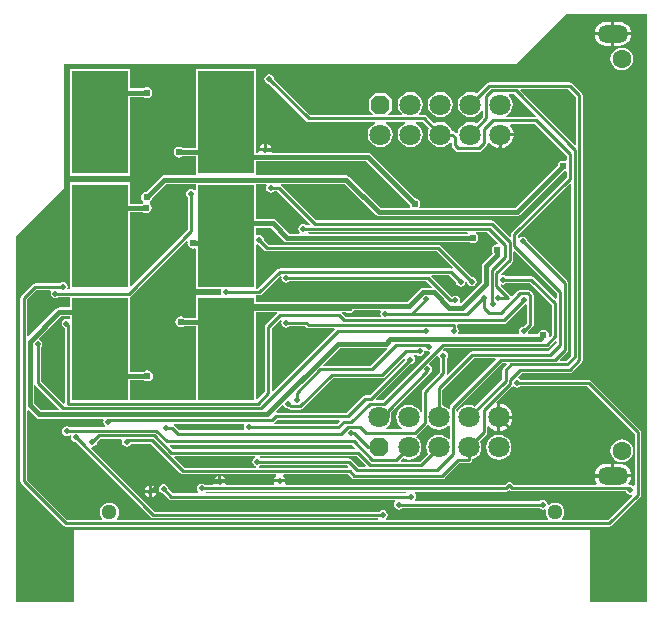
<source format=gbl>
G04 Layer_Physical_Order=2*
G04 Layer_Color=16711680*
%FSLAX23Y23*%
%MOIN*%
G70*
G01*
G75*
%ADD10R,0.189X0.344*%
%ADD11C,0.051*%
%ADD12C,0.071*%
%ADD13P,0.068X8X22.5*%
%ADD14O,0.102X0.059*%
%ADD15C,0.063*%
%ADD23C,0.010*%
%ADD24C,0.016*%
%ADD25C,0.024*%
%ADD26C,0.020*%
G36*
X4290Y2410D02*
X4100D01*
Y2650D01*
X2380D01*
Y2410D01*
X2185D01*
Y3630D01*
X2345Y3790D01*
Y4205D01*
X3855D01*
X4020Y4370D01*
X4290D01*
Y2410D01*
D02*
G37*
%LPC*%
G36*
X2985Y4188D02*
X2785D01*
Y3924D01*
X2741D01*
X2737Y3927D01*
X2730Y3928D01*
X2723Y3927D01*
X2717Y3923D01*
X2713Y3917D01*
X2712Y3910D01*
X2713Y3903D01*
X2717Y3897D01*
X2723Y3893D01*
X2730Y3892D01*
X2737Y3893D01*
X2741Y3896D01*
X2785D01*
Y3833D01*
X2680D01*
X2674Y3832D01*
X2670Y3829D01*
X2619Y3778D01*
X2614Y3777D01*
X2608Y3773D01*
X2604Y3767D01*
X2603Y3760D01*
X2604Y3753D01*
X2608Y3747D01*
X2608Y3742D01*
X2605Y3739D01*
X2565D01*
Y3811D01*
X2365D01*
Y3454D01*
X2365Y3454D01*
X2365Y3454D01*
X2360Y3452D01*
X2360Y3452D01*
X2359Y3453D01*
X2357Y3457D01*
X2358Y3462D01*
X2357Y3468D01*
X2353Y3473D01*
X2348Y3477D01*
X2342Y3478D01*
X2336Y3477D01*
X2331Y3473D01*
X2330Y3473D01*
X2249D01*
X2245Y3472D01*
X2241Y3470D01*
X2203Y3432D01*
X2201Y3428D01*
X2200Y3424D01*
Y2814D01*
X2201Y2810D01*
X2203Y2806D01*
X2344Y2665D01*
X2348Y2663D01*
X2352Y2662D01*
X4163D01*
X4167Y2663D01*
X4171Y2665D01*
X4267Y2761D01*
X4269Y2765D01*
X4270Y2769D01*
Y2977D01*
X4269Y2981D01*
X4267Y2985D01*
X4103Y3149D01*
X4099Y3151D01*
X4095Y3152D01*
X3867D01*
X3866Y3152D01*
X3861Y3156D01*
X3860Y3156D01*
X3859Y3161D01*
X3871Y3173D01*
X4032D01*
X4036Y3174D01*
X4040Y3176D01*
X4072Y3208D01*
X4074Y3212D01*
X4075Y3216D01*
Y4100D01*
X4074Y4104D01*
X4072Y4108D01*
X4040Y4140D01*
X4036Y4142D01*
X4032Y4143D01*
X3763D01*
X3759Y4142D01*
X3755Y4140D01*
X3721Y4106D01*
X3711Y4110D01*
X3700Y4111D01*
X3689Y4110D01*
X3679Y4105D01*
X3671Y4099D01*
X3664Y4090D01*
X3660Y4080D01*
X3658Y4069D01*
X3660Y4058D01*
X3664Y4048D01*
X3671Y4040D01*
X3679Y4033D01*
X3689Y4029D01*
X3700Y4027D01*
X3711Y4029D01*
X3721Y4033D01*
X3730Y4040D01*
X3736Y4048D01*
X3738Y4051D01*
X3743Y4050D01*
Y4027D01*
X3721Y4006D01*
X3711Y4010D01*
X3700Y4011D01*
X3689Y4010D01*
X3679Y4005D01*
X3671Y3999D01*
X3664Y3990D01*
X3660Y3980D01*
X3659Y3973D01*
X3654Y3971D01*
X3648Y3977D01*
X3644Y3980D01*
X3640Y3980D01*
X3636Y3990D01*
X3630Y3999D01*
X3621Y4005D01*
X3611Y4010D01*
X3600Y4011D01*
X3589Y4010D01*
X3580Y4006D01*
X3554Y4031D01*
X3551Y4033D01*
X3547Y4034D01*
X3530D01*
X3528Y4039D01*
X3530Y4040D01*
X3536Y4048D01*
X3540Y4058D01*
X3542Y4069D01*
X3540Y4080D01*
X3536Y4090D01*
X3530Y4099D01*
X3521Y4105D01*
X3511Y4110D01*
X3500Y4111D01*
X3489Y4110D01*
X3479Y4105D01*
X3471Y4099D01*
X3464Y4090D01*
X3460Y4080D01*
X3458Y4069D01*
X3460Y4058D01*
X3464Y4048D01*
X3471Y4040D01*
X3472Y4039D01*
X3470Y4034D01*
X3428D01*
X3426Y4039D01*
X3438Y4050D01*
Y4088D01*
X3419Y4107D01*
X3381D01*
X3363Y4088D01*
Y4050D01*
X3375Y4039D01*
X3373Y4034D01*
X3166D01*
X3046Y4154D01*
X3046Y4154D01*
X3045Y4160D01*
X3041Y4165D01*
X3036Y4169D01*
X3030Y4170D01*
X3024Y4169D01*
X3019Y4165D01*
X3015Y4160D01*
X3014Y4154D01*
X3015Y4148D01*
X3019Y4143D01*
X3024Y4139D01*
X3030Y4138D01*
X3030Y4138D01*
X3153Y4015D01*
X3157Y4012D01*
X3161Y4012D01*
X3381D01*
X3382Y4007D01*
X3379Y4005D01*
X3371Y3999D01*
X3364Y3990D01*
X3360Y3980D01*
X3358Y3969D01*
X3360Y3958D01*
X3364Y3948D01*
X3371Y3940D01*
X3379Y3933D01*
X3389Y3929D01*
X3400Y3927D01*
X3411Y3929D01*
X3421Y3933D01*
X3430Y3940D01*
X3436Y3948D01*
X3440Y3958D01*
X3442Y3969D01*
X3440Y3980D01*
X3436Y3990D01*
X3430Y3999D01*
X3421Y4005D01*
X3418Y4007D01*
X3419Y4012D01*
X3481D01*
X3482Y4007D01*
X3479Y4005D01*
X3471Y3999D01*
X3464Y3990D01*
X3460Y3980D01*
X3458Y3969D01*
X3460Y3958D01*
X3464Y3948D01*
X3471Y3940D01*
X3479Y3933D01*
X3489Y3929D01*
X3500Y3927D01*
X3511Y3929D01*
X3521Y3933D01*
X3530Y3940D01*
X3536Y3948D01*
X3540Y3958D01*
X3542Y3969D01*
X3540Y3980D01*
X3536Y3990D01*
X3530Y3999D01*
X3521Y4005D01*
X3518Y4007D01*
X3519Y4012D01*
X3542D01*
X3564Y3990D01*
X3560Y3980D01*
X3558Y3969D01*
X3560Y3958D01*
X3564Y3948D01*
X3571Y3940D01*
X3579Y3933D01*
X3589Y3929D01*
X3600Y3927D01*
X3611Y3929D01*
X3621Y3933D01*
X3630Y3940D01*
X3633Y3944D01*
X3638Y3942D01*
Y3933D01*
X3639Y3929D01*
X3641Y3925D01*
X3651Y3915D01*
X3655Y3912D01*
X3659Y3912D01*
X3728D01*
X3732Y3912D01*
X3736Y3915D01*
X3755Y3934D01*
X3757Y3937D01*
X3758Y3941D01*
X3760Y3942D01*
X3763Y3943D01*
X3768Y3937D01*
X3777Y3930D01*
X3788Y3925D01*
X3795Y3924D01*
Y3969D01*
X3800D01*
Y3974D01*
X3845D01*
X3844Y3981D01*
X3840Y3992D01*
X3834Y3999D01*
X3837Y4004D01*
X3914D01*
X4021Y3898D01*
Y3883D01*
X4017Y3881D01*
X4016Y3881D01*
X4009Y3882D01*
X4002Y3881D01*
X3996Y3877D01*
X3992Y3871D01*
X3991Y3866D01*
X3849Y3724D01*
X3533D01*
X3530Y3729D01*
X3532Y3731D01*
X3533Y3738D01*
X3532Y3745D01*
X3528Y3751D01*
X3522Y3755D01*
X3517Y3756D01*
X3369Y3904D01*
X3364Y3907D01*
X3359Y3908D01*
X3039D01*
X3036Y3913D01*
X3036Y3914D01*
X2997D01*
X2997Y3913D01*
X2994Y3908D01*
X2985D01*
Y4188D01*
D02*
G37*
G36*
X3600Y4111D02*
X3589Y4110D01*
X3579Y4105D01*
X3571Y4099D01*
X3564Y4090D01*
X3560Y4080D01*
X3558Y4069D01*
X3560Y4058D01*
X3564Y4048D01*
X3571Y4040D01*
X3579Y4033D01*
X3589Y4029D01*
X3600Y4027D01*
X3611Y4029D01*
X3621Y4033D01*
X3630Y4040D01*
X3636Y4048D01*
X3640Y4058D01*
X3642Y4069D01*
X3640Y4080D01*
X3636Y4090D01*
X3630Y4099D01*
X3621Y4105D01*
X3611Y4110D01*
X3600Y4111D01*
D02*
G37*
G36*
X3011Y3938D02*
X3009Y3938D01*
X3002Y3933D01*
X2998Y3927D01*
X2997Y3924D01*
X3011D01*
Y3938D01*
D02*
G37*
G36*
X3021D02*
Y3924D01*
X3036D01*
X3035Y3927D01*
X3031Y3933D01*
X3024Y3938D01*
X3021Y3938D01*
D02*
G37*
G36*
X3845Y3964D02*
X3805D01*
Y3924D01*
X3812Y3925D01*
X3823Y3930D01*
X3833Y3937D01*
X3840Y3946D01*
X3844Y3957D01*
X3845Y3964D01*
D02*
G37*
G36*
X4236Y4300D02*
X4180D01*
Y4265D01*
X4196D01*
X4207Y4266D01*
X4216Y4270D01*
X4225Y4277D01*
X4231Y4285D01*
X4235Y4295D01*
X4236Y4300D01*
D02*
G37*
G36*
X4170Y4345D02*
X4154D01*
X4143Y4343D01*
X4134Y4339D01*
X4126Y4333D01*
X4119Y4325D01*
X4115Y4315D01*
X4115Y4310D01*
X4170D01*
Y4345D01*
D02*
G37*
G36*
X4196D02*
X4180D01*
Y4310D01*
X4236D01*
X4235Y4315D01*
X4231Y4325D01*
X4225Y4333D01*
X4216Y4339D01*
X4207Y4343D01*
X4196Y4345D01*
D02*
G37*
G36*
X4170Y4300D02*
X4115D01*
X4115Y4295D01*
X4119Y4285D01*
X4126Y4277D01*
X4134Y4270D01*
X4143Y4266D01*
X4154Y4265D01*
X4170D01*
Y4300D01*
D02*
G37*
G36*
X2565Y4188D02*
X2365D01*
Y3832D01*
X2565D01*
Y4095D01*
X2611D01*
X2615Y4092D01*
X2622Y4091D01*
X2629Y4092D01*
X2635Y4096D01*
X2639Y4102D01*
X2640Y4109D01*
X2639Y4116D01*
X2635Y4122D01*
X2629Y4126D01*
X2622Y4127D01*
X2615Y4126D01*
X2611Y4123D01*
X2565D01*
Y4188D01*
D02*
G37*
G36*
X4205Y4259D02*
X4195Y4258D01*
X4186Y4254D01*
X4178Y4248D01*
X4172Y4241D01*
X4168Y4231D01*
X4167Y4222D01*
X4168Y4212D01*
X4172Y4203D01*
X4178Y4195D01*
X4186Y4189D01*
X4195Y4185D01*
X4205Y4184D01*
X4215Y4185D01*
X4224Y4189D01*
X4232Y4195D01*
X4238Y4203D01*
X4242Y4212D01*
X4243Y4222D01*
X4242Y4231D01*
X4238Y4241D01*
X4232Y4248D01*
X4224Y4254D01*
X4215Y4258D01*
X4205Y4259D01*
D02*
G37*
%LPD*%
G36*
X3483Y3221D02*
X3483Y3218D01*
X3365Y3100D01*
X3349D01*
X3345Y3099D01*
X3341Y3096D01*
X3286Y3041D01*
X3055D01*
X3053Y3046D01*
X3073Y3067D01*
X3079Y3065D01*
X3082Y3061D01*
X3087Y3057D01*
X3093Y3056D01*
X3094Y3056D01*
X3095Y3055D01*
X3098Y3053D01*
X3102Y3052D01*
X3134D01*
X3139Y3053D01*
X3142Y3055D01*
X3244Y3157D01*
X3407D01*
X3411Y3158D01*
X3415Y3160D01*
X3478Y3223D01*
X3483Y3221D01*
D02*
G37*
G36*
X3786Y3219D02*
X3634Y3067D01*
X3632Y3063D01*
X3631Y3059D01*
Y3055D01*
X3626Y3054D01*
X3625Y3056D01*
X3616Y3062D01*
X3606Y3066D01*
Y3118D01*
X3711Y3224D01*
X3784D01*
X3786Y3219D01*
D02*
G37*
G36*
X3592Y3232D02*
X3594Y3231D01*
X3595Y3226D01*
X3599Y3220D01*
X3599Y3220D01*
Y3178D01*
X3541Y3120D01*
X3538Y3116D01*
X3538Y3112D01*
Y3045D01*
X3533Y3044D01*
X3531Y3047D01*
X3525Y3056D01*
X3516Y3062D01*
X3506Y3066D01*
X3495Y3068D01*
X3484Y3066D01*
X3474Y3062D01*
X3466Y3056D01*
X3459Y3047D01*
X3455Y3037D01*
X3453Y3026D01*
X3455Y3015D01*
X3459Y3005D01*
X3466Y2996D01*
X3472Y2991D01*
X3471Y2986D01*
X3420D01*
X3418Y2991D01*
X3425Y2996D01*
X3431Y3005D01*
X3435Y3015D01*
X3437Y3026D01*
X3436Y3031D01*
Y3043D01*
X3565Y3172D01*
X3566Y3174D01*
X3568Y3176D01*
X3572Y3181D01*
X3573Y3187D01*
X3572Y3193D01*
X3568Y3198D01*
X3564Y3201D01*
X3562Y3207D01*
X3589Y3233D01*
X3592Y3232D01*
D02*
G37*
G36*
X2250Y3134D02*
X2329Y3054D01*
X2328Y3050D01*
X2268D01*
X2245Y3073D01*
Y3133D01*
X2250Y3134D01*
X2250Y3134D01*
D02*
G37*
G36*
X3821Y3203D02*
X3810Y3192D01*
X3808Y3188D01*
X3807Y3184D01*
Y3154D01*
X3716Y3062D01*
X3706Y3066D01*
X3695Y3068D01*
X3684Y3066D01*
X3674Y3062D01*
X3666Y3056D01*
X3659Y3047D01*
X3658Y3045D01*
X3653Y3046D01*
Y3054D01*
X3807Y3208D01*
X3819D01*
X3821Y3203D01*
D02*
G37*
G36*
X4248Y2972D02*
Y2800D01*
X4243Y2797D01*
X4239Y2800D01*
X4233Y2801D01*
X4232Y2801D01*
X4231Y2802D01*
X4230Y2802D01*
X4227Y2807D01*
X4231Y2812D01*
X4235Y2821D01*
X4236Y2827D01*
X4115D01*
X4115Y2821D01*
X4119Y2812D01*
X4123Y2807D01*
X4120Y2802D01*
X3844D01*
X3838Y2808D01*
X3835Y2810D01*
X3830Y2811D01*
X3826Y2810D01*
X3823Y2808D01*
X3816Y2801D01*
X3085D01*
X3083Y2806D01*
X3084Y2807D01*
X3084Y2810D01*
X3046D01*
X3046Y2807D01*
X3047Y2806D01*
X3045Y2801D01*
X2887D01*
X2884Y2806D01*
X2884Y2807D01*
X2846D01*
X2846Y2806D01*
X2843Y2801D01*
X2817D01*
X2816Y2801D01*
X2811Y2805D01*
X2805Y2806D01*
X2799Y2805D01*
X2794Y2801D01*
X2790Y2796D01*
X2789Y2790D01*
X2790Y2784D01*
X2794Y2779D01*
X2794Y2778D01*
X2793Y2773D01*
X2709D01*
X2694Y2788D01*
X2694Y2788D01*
X2693Y2794D01*
X2689Y2799D01*
X2684Y2803D01*
X2678Y2804D01*
X2672Y2803D01*
X2667Y2799D01*
X2663Y2794D01*
X2662Y2788D01*
X2663Y2782D01*
X2667Y2777D01*
X2672Y2773D01*
X2678Y2772D01*
X2678Y2772D01*
X2696Y2754D01*
X2700Y2752D01*
X2704Y2751D01*
X3448D01*
X3449Y2748D01*
X3450Y2746D01*
X3447Y2741D01*
X3446Y2735D01*
X3447Y2729D01*
X3451Y2724D01*
X3456Y2720D01*
X3462Y2719D01*
X3468Y2720D01*
X3473Y2724D01*
X3474Y2724D01*
X3929D01*
X3930Y2724D01*
X3935Y2720D01*
X3941Y2719D01*
X3947Y2720D01*
X3948Y2720D01*
X3951Y2717D01*
X3951Y2710D01*
X3952Y2702D01*
X3955Y2694D01*
X3959Y2689D01*
X3956Y2684D01*
X3421D01*
X3420Y2689D01*
X3420Y2690D01*
X3424Y2695D01*
X3425Y2701D01*
X3424Y2707D01*
X3420Y2712D01*
X3415Y2716D01*
X3409Y2717D01*
X3403Y2716D01*
X3398Y2712D01*
X3397Y2712D01*
X2649D01*
X2436Y2924D01*
X2439Y2929D01*
X2440Y2929D01*
X2446Y2930D01*
X2451Y2934D01*
X2455Y2939D01*
X2456Y2945D01*
X2456Y2945D01*
X2466Y2955D01*
X2537D01*
X2540Y2950D01*
X2539Y2945D01*
X2540Y2939D01*
X2544Y2934D01*
X2549Y2930D01*
X2555Y2929D01*
X2561Y2930D01*
X2566Y2934D01*
X2570Y2939D01*
X2635D01*
X2734Y2840D01*
X2738Y2837D01*
X2742Y2836D01*
X2860D01*
X2860Y2836D01*
X2870D01*
X2870Y2836D01*
X3052D01*
X3054Y2831D01*
X3051Y2829D01*
X3046Y2823D01*
X3046Y2820D01*
X3084D01*
X3084Y2823D01*
X3079Y2829D01*
X3076Y2831D01*
X3078Y2836D01*
X3294D01*
X3307Y2824D01*
X3310Y2822D01*
X3314Y2821D01*
X3607D01*
X3612Y2822D01*
X3615Y2824D01*
X3664Y2873D01*
X3695D01*
X3699Y2874D01*
X3703Y2876D01*
X3705Y2880D01*
X3706Y2884D01*
Y2886D01*
X3716Y2890D01*
X3725Y2896D01*
X3731Y2905D01*
X3735Y2915D01*
X3737Y2926D01*
X3735Y2937D01*
X3731Y2947D01*
X3753Y2968D01*
X3755Y2972D01*
X3756Y2976D01*
Y2994D01*
X3761Y2996D01*
X3763Y2994D01*
X3772Y2986D01*
X3783Y2982D01*
X3790Y2981D01*
Y3026D01*
Y3071D01*
X3789Y3071D01*
X3787Y3076D01*
X3839Y3128D01*
X3844Y3130D01*
X3849Y3126D01*
X3855Y3125D01*
X3861Y3126D01*
X3866Y3130D01*
X3867Y3130D01*
X4090D01*
X4248Y2972D01*
D02*
G37*
G36*
X3988Y3278D02*
Y3273D01*
X3960Y3246D01*
X3707D01*
X3703Y3245D01*
X3699Y3243D01*
X3626Y3169D01*
X3621Y3172D01*
X3621Y3173D01*
Y3220D01*
X3621Y3220D01*
X3625Y3226D01*
X3626Y3232D01*
X3625Y3238D01*
X3621Y3243D01*
X3616Y3247D01*
X3611Y3248D01*
X3609Y3250D01*
X3608Y3253D01*
X3613Y3257D01*
X3955D01*
X3960Y3258D01*
X3963Y3261D01*
X3983Y3280D01*
X3988Y3278D01*
D02*
G37*
G36*
X3055Y3377D02*
X3056Y3373D01*
X3019Y3336D01*
X3017Y3332D01*
X3016Y3328D01*
Y3113D01*
X2990Y3087D01*
X2985Y3089D01*
Y3378D01*
X3054D01*
X3055Y3377D01*
D02*
G37*
G36*
X3068Y3352D02*
X3070Y3349D01*
X3071Y3346D01*
X3070Y3341D01*
X3072Y3335D01*
X3075Y3330D01*
X3080Y3326D01*
X3087Y3325D01*
X3093Y3326D01*
X3098Y3330D01*
X3098Y3330D01*
X3149D01*
X3153Y3326D01*
X3157Y3323D01*
X3161Y3323D01*
X3246D01*
X3248Y3318D01*
X3043Y3113D01*
X3038Y3115D01*
Y3323D01*
X3067Y3352D01*
X3068Y3352D01*
D02*
G37*
G36*
X3265Y3014D02*
X3256Y3004D01*
X3048D01*
X3046Y3007D01*
X3046Y3009D01*
X3056Y3019D01*
X3263D01*
X3265Y3014D01*
D02*
G37*
G36*
X2982Y2893D02*
X2979Y2890D01*
X2975Y2885D01*
X2974Y2879D01*
X2975Y2873D01*
X2979Y2868D01*
X2984Y2864D01*
X2985Y2864D01*
X2985Y2859D01*
X2747D01*
X2713Y2893D01*
X2715Y2898D01*
X2981D01*
X2982Y2893D01*
D02*
G37*
G36*
X3294Y2864D02*
X3292Y2859D01*
X2995D01*
X2995Y2864D01*
X2996Y2864D01*
X3001Y2868D01*
X3002Y2868D01*
X3290D01*
X3294Y2864D01*
D02*
G37*
G36*
X3831Y2783D02*
X3835Y2781D01*
X3839Y2780D01*
X4218D01*
X4218Y2779D01*
X4222Y2774D01*
X4227Y2770D01*
X4233Y2769D01*
X4237Y2770D01*
X4239Y2765D01*
X4158Y2684D01*
X4008D01*
X4006Y2689D01*
X4010Y2694D01*
X4013Y2702D01*
X4014Y2710D01*
X4013Y2718D01*
X4010Y2726D01*
X4005Y2733D01*
X3998Y2738D01*
X3991Y2741D01*
X3982Y2742D01*
X3974Y2741D01*
X3966Y2738D01*
X3962Y2734D01*
X3961Y2734D01*
X3957Y2737D01*
X3956Y2741D01*
X3952Y2746D01*
X3947Y2750D01*
X3941Y2751D01*
X3935Y2750D01*
X3930Y2746D01*
X3929Y2746D01*
X3518D01*
X3517Y2749D01*
X3516Y2751D01*
X3519Y2756D01*
X3520Y2762D01*
X3519Y2768D01*
X3515Y2773D01*
X3515Y2774D01*
X3516Y2779D01*
X3820D01*
X3825Y2780D01*
X3828Y2782D01*
X3830Y2784D01*
X3831Y2783D01*
D02*
G37*
G36*
X3489Y2774D02*
X3488Y2773D01*
X2823D01*
X2820Y2778D01*
X2821Y2779D01*
X3486D01*
X3489Y2774D01*
D02*
G37*
G36*
X3352Y2867D02*
X3350Y2862D01*
X3328D01*
X3303Y2887D01*
X3299Y2889D01*
X3295Y2890D01*
X3002D01*
X2999Y2893D01*
X3000Y2898D01*
X3321D01*
X3352Y2867D01*
D02*
G37*
G36*
X2947Y3000D02*
X2947Y2999D01*
X2945Y2993D01*
X2946Y2988D01*
X2943Y2983D01*
X2730D01*
X2715Y2998D01*
X2711Y3000D01*
X2711Y3000D01*
X2711Y3005D01*
X2945D01*
X2947Y3000D01*
D02*
G37*
G36*
X2253Y3026D02*
X2253Y3026D01*
X2257Y3022D01*
X2263Y3021D01*
X2263Y3021D01*
X2476D01*
X2479Y3017D01*
X2478Y3016D01*
X2477Y3010D01*
X2478Y3004D01*
X2482Y2999D01*
X2482Y2998D01*
X2481Y2993D01*
X2364D01*
X2361Y2995D01*
X2355Y2996D01*
X2349Y2995D01*
X2344Y2991D01*
X2340Y2986D01*
X2339Y2980D01*
X2340Y2974D01*
X2344Y2969D01*
X2349Y2965D01*
X2355Y2964D01*
X2361Y2965D01*
X2366Y2968D01*
X2367Y2968D01*
X2369Y2966D01*
X2370Y2965D01*
X2369Y2960D01*
X2370Y2954D01*
X2374Y2949D01*
X2379Y2945D01*
X2385Y2944D01*
X2385Y2944D01*
X2636Y2693D01*
X2640Y2691D01*
X2644Y2690D01*
X3393D01*
X3394Y2689D01*
X3391Y2684D01*
X2523D01*
X2521Y2689D01*
X2525Y2694D01*
X2528Y2702D01*
X2529Y2710D01*
X2528Y2718D01*
X2525Y2726D01*
X2520Y2733D01*
X2513Y2738D01*
X2506Y2741D01*
X2497Y2742D01*
X2489Y2741D01*
X2481Y2738D01*
X2475Y2733D01*
X2470Y2726D01*
X2467Y2718D01*
X2466Y2710D01*
X2467Y2702D01*
X2470Y2694D01*
X2474Y2689D01*
X2471Y2684D01*
X2357D01*
X2222Y2819D01*
Y3049D01*
X2227Y3051D01*
X2253Y3026D01*
D02*
G37*
G36*
X3316Y2925D02*
X3314Y2920D01*
X2708D01*
X2698Y2930D01*
X2700Y2935D01*
X3306D01*
X3316Y2925D01*
D02*
G37*
G36*
X3566Y2996D02*
X3574Y2990D01*
X3584Y2986D01*
X3595Y2984D01*
X3606Y2986D01*
X3616Y2990D01*
X3625Y2996D01*
X3626Y2998D01*
X3631Y2997D01*
Y2955D01*
X3626Y2954D01*
X3625Y2956D01*
X3616Y2962D01*
X3606Y2966D01*
X3595Y2968D01*
X3584Y2966D01*
X3574Y2962D01*
X3566Y2956D01*
X3559Y2947D01*
X3555Y2937D01*
X3553Y2926D01*
X3555Y2915D01*
X3559Y2905D01*
X3532Y2879D01*
X3470D01*
X3468Y2883D01*
X3475Y2890D01*
X3484Y2886D01*
X3495Y2884D01*
X3506Y2886D01*
X3516Y2890D01*
X3525Y2896D01*
X3531Y2905D01*
X3535Y2915D01*
X3537Y2926D01*
X3535Y2937D01*
X3531Y2947D01*
X3525Y2956D01*
X3520Y2959D01*
X3520Y2962D01*
X3521Y2965D01*
X3524Y2967D01*
X3557Y3000D01*
X3557Y3000D01*
X3563Y3000D01*
X3566Y2996D01*
D02*
G37*
G36*
X3693Y3639D02*
X3692Y3638D01*
X3162D01*
X3159Y3643D01*
X3159Y3644D01*
X3690D01*
X3693Y3639D01*
D02*
G37*
G36*
X3022Y3800D02*
X3020Y3797D01*
X3019Y3791D01*
X3020Y3785D01*
X3024Y3780D01*
X3029Y3776D01*
X3035Y3775D01*
X3041Y3776D01*
X3046Y3780D01*
X3047Y3780D01*
X3057D01*
X3166Y3671D01*
X3164Y3666D01*
X3155D01*
X3154Y3666D01*
X3149Y3670D01*
X3143Y3671D01*
X3137Y3670D01*
X3132Y3666D01*
X3128Y3661D01*
X3127Y3655D01*
X3128Y3649D01*
X3132Y3644D01*
X3132Y3643D01*
X3130Y3638D01*
X3095D01*
X3051Y3683D01*
X3047Y3686D01*
X3041Y3687D01*
X2985D01*
Y3805D01*
X3019D01*
X3022Y3800D01*
D02*
G37*
G36*
X2993Y3604D02*
X3013Y3583D01*
X3017Y3581D01*
X3021Y3580D01*
X3588D01*
X3642Y3527D01*
X3640Y3524D01*
X3639Y3522D01*
X3635Y3523D01*
X3065D01*
X3061Y3522D01*
X3057Y3520D01*
X2992Y3455D01*
X2985D01*
Y3602D01*
X2988Y3603D01*
X2990Y3604D01*
X2993Y3604D01*
D02*
G37*
G36*
X3080Y3614D02*
X3084Y3611D01*
X3090Y3610D01*
X3697D01*
X3701Y3608D01*
X3708Y3606D01*
X3715Y3608D01*
X3721Y3611D01*
X3725Y3617D01*
X3726Y3624D01*
X3725Y3631D01*
X3721Y3637D01*
X3718Y3639D01*
X3720Y3644D01*
X3756D01*
X3792Y3608D01*
X3790Y3603D01*
X3783Y3602D01*
X3777Y3598D01*
X3773Y3592D01*
X3772Y3585D01*
X3773Y3578D01*
X3776Y3574D01*
Y3574D01*
X3742Y3540D01*
X3739Y3535D01*
X3738Y3530D01*
Y3477D01*
X3670Y3409D01*
X3665Y3412D01*
X3666Y3416D01*
X3665Y3422D01*
X3661Y3427D01*
X3656Y3431D01*
X3650Y3432D01*
X3644Y3431D01*
X3639Y3427D01*
X3638Y3427D01*
X3570Y3496D01*
X3572Y3501D01*
X3630D01*
X3652Y3479D01*
X3652Y3479D01*
X3654Y3472D01*
X3657Y3467D01*
X3662Y3464D01*
X3669Y3462D01*
X3675Y3464D01*
X3680Y3467D01*
X3683Y3472D01*
X3684Y3477D01*
X3689D01*
X3690Y3473D01*
X3694Y3468D01*
X3699Y3464D01*
X3705Y3463D01*
X3711Y3464D01*
X3716Y3468D01*
X3720Y3473D01*
X3721Y3479D01*
X3720Y3485D01*
X3716Y3490D01*
X3711Y3494D01*
X3705Y3495D01*
X3705Y3495D01*
X3601Y3599D01*
X3597Y3601D01*
X3593Y3602D01*
X3026D01*
X3012Y3616D01*
X3012Y3619D01*
X3011Y3625D01*
X3007Y3630D01*
X3002Y3634D01*
X2996Y3635D01*
X2990Y3634D01*
X2988Y3635D01*
X2985Y3636D01*
Y3659D01*
X3035D01*
X3080Y3614D01*
D02*
G37*
G36*
X3972Y3402D02*
Y3301D01*
X3966Y3295D01*
X3961Y3298D01*
X3962Y3301D01*
X3961Y3308D01*
X3957Y3314D01*
X3951Y3318D01*
X3944Y3319D01*
X3937Y3318D01*
X3931Y3314D01*
X3927Y3308D01*
X3926Y3303D01*
X3926Y3303D01*
X3895D01*
X3893Y3308D01*
X3894Y3313D01*
X3894Y3313D01*
X3908Y3327D01*
X3910Y3331D01*
X3911Y3335D01*
Y3432D01*
X3910Y3436D01*
X3908Y3440D01*
X3900Y3448D01*
X3896Y3450D01*
X3892Y3451D01*
X3866D01*
X3862Y3450D01*
X3858Y3448D01*
X3840Y3430D01*
X3834Y3431D01*
X3833Y3433D01*
X3801Y3465D01*
X3804Y3470D01*
X3808Y3469D01*
X3814Y3470D01*
X3819Y3474D01*
X3820Y3474D01*
X3899D01*
X3972Y3402D01*
D02*
G37*
G36*
X4053Y4095D02*
Y3936D01*
X4048Y3934D01*
X3866Y4116D01*
X3868Y4121D01*
X4027D01*
X4053Y4095D01*
D02*
G37*
G36*
X3919Y4032D02*
X3917Y4027D01*
X3819D01*
X3818Y4032D01*
X3821Y4033D01*
X3830Y4040D01*
X3836Y4048D01*
X3840Y4058D01*
X3842Y4069D01*
X3840Y4080D01*
X3836Y4090D01*
X3830Y4099D01*
X3828Y4100D01*
X3830Y4104D01*
X3846D01*
X3919Y4032D01*
D02*
G37*
G36*
X2785Y3786D02*
X2783Y3785D01*
X2780Y3784D01*
X2775Y3787D01*
X2769Y3788D01*
X2763Y3787D01*
X2758Y3783D01*
X2754Y3778D01*
X2753Y3772D01*
X2754Y3766D01*
X2758Y3761D01*
X2758Y3760D01*
Y3651D01*
X2570Y3463D01*
X2565Y3465D01*
Y3711D01*
X2609D01*
X2613Y3708D01*
X2620Y3707D01*
X2627Y3708D01*
X2633Y3712D01*
X2637Y3718D01*
X2638Y3725D01*
X2637Y3732D01*
X2633Y3738D01*
X2631Y3739D01*
Y3745D01*
X2634Y3747D01*
X2638Y3753D01*
X2639Y3758D01*
X2686Y3805D01*
X2785D01*
Y3786D01*
D02*
G37*
G36*
X4017Y3847D02*
X4021Y3845D01*
Y3826D01*
X3839Y3645D01*
X3837Y3642D01*
X3836Y3637D01*
Y3630D01*
X3831Y3628D01*
X3779Y3680D01*
X3776Y3682D01*
X3771Y3683D01*
X3185D01*
X3070Y3799D01*
X3068Y3800D01*
X3070Y3805D01*
X3281D01*
X3386Y3700D01*
X3391Y3697D01*
X3396Y3696D01*
X3855D01*
X3860Y3697D01*
X3865Y3700D01*
X4011Y3846D01*
X4016Y3847D01*
X4017Y3847D01*
D02*
G37*
G36*
X3497Y3736D02*
X3498Y3731D01*
X3500Y3729D01*
X3497Y3724D01*
X3402D01*
X3297Y3829D01*
X3292Y3832D01*
X3287Y3833D01*
X2985D01*
Y3880D01*
X3353D01*
X3497Y3736D01*
D02*
G37*
G36*
X3988Y3440D02*
Y3424D01*
X3983Y3422D01*
X3912Y3493D01*
X3908Y3495D01*
X3904Y3496D01*
X3820D01*
X3819Y3496D01*
X3814Y3500D01*
X3808Y3501D01*
X3805Y3500D01*
X3802Y3505D01*
X3839Y3542D01*
X3842Y3546D01*
X3842Y3550D01*
Y3578D01*
X3847Y3580D01*
X3988Y3440D01*
D02*
G37*
G36*
X2303Y3446D02*
X2302Y3445D01*
X2301Y3439D01*
X2302Y3433D01*
X2306Y3428D01*
X2311Y3424D01*
X2317Y3423D01*
X2323Y3424D01*
X2328Y3428D01*
X2329Y3428D01*
X2365D01*
Y3393D01*
X2330D01*
X2325Y3392D01*
X2320Y3389D01*
X2227Y3296D01*
X2222Y3297D01*
Y3419D01*
X2254Y3451D01*
X2300D01*
X2303Y3446D01*
D02*
G37*
G36*
X3555Y3247D02*
X3561Y3246D01*
X3563Y3246D01*
X3566Y3242D01*
X3408Y3084D01*
X3387D01*
X3385Y3088D01*
X3500Y3203D01*
X3500Y3203D01*
X3506Y3204D01*
X3511Y3208D01*
X3515Y3213D01*
X3516Y3219D01*
X3515Y3225D01*
X3512Y3230D01*
X3513Y3232D01*
X3514Y3235D01*
X3519D01*
X3520Y3235D01*
X3525Y3231D01*
X3531Y3230D01*
X3537Y3231D01*
X3542Y3235D01*
X3546Y3240D01*
X3547Y3246D01*
X3547Y3246D01*
X3552Y3249D01*
X3555Y3247D01*
D02*
G37*
G36*
X2365Y3356D02*
X2362Y3355D01*
X2360Y3354D01*
X2354Y3355D01*
X2348Y3354D01*
X2343Y3350D01*
X2339Y3345D01*
X2338Y3339D01*
X2339Y3333D01*
X2343Y3328D01*
X2348Y3324D01*
X2348Y3324D01*
Y3074D01*
X2343Y3072D01*
X2269Y3146D01*
Y3259D01*
X2269Y3260D01*
X2273Y3265D01*
X2274Y3271D01*
X2273Y3277D01*
X2269Y3282D01*
X2264Y3286D01*
X2264Y3286D01*
X2262Y3291D01*
X2336Y3365D01*
X2365D01*
Y3356D01*
D02*
G37*
G36*
X2758Y3612D02*
X2757Y3608D01*
X2758Y3601D01*
X2762Y3595D01*
X2768Y3591D01*
X2775Y3589D01*
X2780Y3590D01*
X2785Y3587D01*
Y3454D01*
X2868D01*
X2869Y3453D01*
X2870Y3449D01*
X2869Y3444D01*
X2870Y3438D01*
X2870Y3437D01*
X2868Y3433D01*
X2785D01*
Y3359D01*
X2746D01*
X2742Y3362D01*
X2735Y3363D01*
X2728Y3362D01*
X2722Y3358D01*
X2718Y3352D01*
X2717Y3345D01*
X2718Y3338D01*
X2722Y3332D01*
X2728Y3328D01*
X2735Y3327D01*
X2742Y3328D01*
X2746Y3331D01*
X2785D01*
Y3083D01*
X2565D01*
Y3151D01*
X2613D01*
X2617Y3148D01*
X2624Y3147D01*
X2631Y3148D01*
X2637Y3152D01*
X2641Y3158D01*
X2642Y3165D01*
X2641Y3172D01*
X2637Y3178D01*
X2631Y3182D01*
X2624Y3183D01*
X2617Y3182D01*
X2613Y3179D01*
X2565D01*
Y3428D01*
X2566Y3429D01*
X2570Y3431D01*
X2753Y3614D01*
X2758Y3612D01*
D02*
G37*
G36*
X3402Y3379D02*
X3401Y3378D01*
X3400Y3372D01*
X3401Y3366D01*
X3401Y3365D01*
X3398Y3361D01*
X3285D01*
X3273Y3373D01*
X3274Y3377D01*
X3275Y3378D01*
X3286D01*
X3290Y3375D01*
X3297Y3374D01*
X3304Y3375D01*
X3310Y3379D01*
X3313Y3384D01*
X3399D01*
X3402Y3379D01*
D02*
G37*
G36*
X3071Y3495D02*
X3070Y3491D01*
X3071Y3485D01*
X3075Y3480D01*
X3080Y3476D01*
X3086Y3475D01*
X3092Y3476D01*
X3097Y3480D01*
X3098Y3480D01*
X3554D01*
X3572Y3462D01*
X3570Y3458D01*
X3542D01*
X3537Y3457D01*
X3532Y3454D01*
X3490Y3412D01*
X2985D01*
Y3433D01*
X2997D01*
X3001Y3434D01*
X3005Y3436D01*
X3066Y3497D01*
X3071Y3495D01*
D02*
G37*
G36*
X3423Y3254D02*
X3366Y3197D01*
X3210D01*
X3208Y3202D01*
X3265Y3258D01*
X3418D01*
X3421Y3259D01*
X3423Y3254D01*
D02*
G37*
G36*
X3889Y3400D02*
Y3340D01*
X3878Y3329D01*
X3878Y3329D01*
X3872Y3328D01*
X3867Y3324D01*
X3863Y3319D01*
X3862Y3313D01*
X3863Y3308D01*
X3861Y3303D01*
X3662D01*
X3659Y3308D01*
X3660Y3309D01*
X3661Y3315D01*
X3660Y3321D01*
X3656Y3326D01*
X3656Y3327D01*
Y3333D01*
X3656Y3334D01*
X3661Y3339D01*
X3811D01*
X3815Y3339D01*
X3819Y3342D01*
X3879Y3402D01*
X3879Y3402D01*
X3884Y3403D01*
X3889Y3400D01*
D02*
G37*
G36*
X4037Y3804D02*
Y3231D01*
X4020Y3214D01*
X4000D01*
X3998Y3219D01*
X4023Y3243D01*
X4025Y3247D01*
X4026Y3251D01*
Y3473D01*
X4025Y3477D01*
X4023Y3481D01*
X3891Y3613D01*
X3891Y3613D01*
X3890Y3619D01*
X3886Y3624D01*
X3881Y3628D01*
X3875Y3629D01*
X3869Y3628D01*
X3864Y3624D01*
X3863Y3624D01*
X3858Y3626D01*
Y3633D01*
X4032Y3806D01*
X4037Y3804D01*
D02*
G37*
%LPC*%
G36*
X2639Y2798D02*
Y2784D01*
X2653D01*
X2653Y2787D01*
X2648Y2793D01*
X2642Y2798D01*
X2639Y2798D01*
D02*
G37*
G36*
X2629D02*
X2626Y2798D01*
X2620Y2793D01*
X2615Y2787D01*
X2615Y2784D01*
X2629D01*
Y2798D01*
D02*
G37*
G36*
Y2774D02*
X2615D01*
X2615Y2771D01*
X2620Y2765D01*
X2626Y2760D01*
X2629Y2760D01*
Y2774D01*
D02*
G37*
G36*
X2653D02*
X2639D01*
Y2760D01*
X2642Y2760D01*
X2648Y2765D01*
X2653Y2771D01*
X2653Y2774D01*
D02*
G37*
G36*
X2860Y2831D02*
X2857Y2831D01*
X2851Y2826D01*
X2846Y2820D01*
X2846Y2817D01*
X2860D01*
Y2831D01*
D02*
G37*
G36*
X3795Y2968D02*
X3784Y2966D01*
X3774Y2962D01*
X3766Y2956D01*
X3759Y2947D01*
X3755Y2937D01*
X3753Y2926D01*
X3755Y2915D01*
X3759Y2905D01*
X3766Y2896D01*
X3774Y2890D01*
X3784Y2886D01*
X3795Y2884D01*
X3806Y2886D01*
X3816Y2890D01*
X3825Y2896D01*
X3831Y2905D01*
X3835Y2915D01*
X3837Y2926D01*
X3835Y2937D01*
X3831Y2947D01*
X3825Y2956D01*
X3816Y2962D01*
X3806Y2966D01*
X3795Y2968D01*
D02*
G37*
G36*
X3840Y3021D02*
X3800D01*
Y2981D01*
X3807Y2982D01*
X3818Y2986D01*
X3828Y2994D01*
X3835Y3003D01*
X3839Y3014D01*
X3840Y3021D01*
D02*
G37*
G36*
X3800Y3071D02*
Y3031D01*
X3840D01*
X3839Y3038D01*
X3835Y3049D01*
X3828Y3058D01*
X3818Y3066D01*
X3807Y3070D01*
X3800Y3071D01*
D02*
G37*
G36*
X4205Y2953D02*
X4195Y2952D01*
X4186Y2948D01*
X4178Y2942D01*
X4172Y2934D01*
X4168Y2925D01*
X4167Y2915D01*
X4168Y2905D01*
X4172Y2896D01*
X4178Y2888D01*
X4186Y2882D01*
X4195Y2878D01*
X4205Y2877D01*
X4215Y2878D01*
X4224Y2882D01*
X4232Y2888D01*
X4238Y2896D01*
X4242Y2905D01*
X4243Y2915D01*
X4242Y2925D01*
X4238Y2934D01*
X4232Y2942D01*
X4224Y2948D01*
X4215Y2952D01*
X4205Y2953D01*
D02*
G37*
G36*
X2870Y2831D02*
Y2817D01*
X2884D01*
X2884Y2820D01*
X2879Y2826D01*
X2873Y2831D01*
X2870Y2831D01*
D02*
G37*
G36*
X4170Y2872D02*
X4154D01*
X4143Y2870D01*
X4134Y2866D01*
X4126Y2860D01*
X4119Y2852D01*
X4115Y2842D01*
X4115Y2837D01*
X4170D01*
Y2872D01*
D02*
G37*
G36*
X4196D02*
X4180D01*
Y2837D01*
X4236D01*
X4235Y2842D01*
X4231Y2852D01*
X4225Y2860D01*
X4216Y2866D01*
X4207Y2870D01*
X4196Y2872D01*
D02*
G37*
%LPD*%
D10*
X2885Y4010D02*
D03*
X2465D02*
D03*
X2885Y3632D02*
D03*
X2465D02*
D03*
X2885Y3255D02*
D03*
X2465D02*
D03*
D11*
X2497Y2710D02*
D03*
X3982D02*
D03*
D12*
X3795Y3026D02*
D03*
Y2926D02*
D03*
X3695Y3026D02*
D03*
Y2926D02*
D03*
X3595Y3026D02*
D03*
Y2926D02*
D03*
X3495Y3026D02*
D03*
Y2926D02*
D03*
X3395Y3026D02*
D03*
X3800Y3969D02*
D03*
Y4069D02*
D03*
X3700Y3969D02*
D03*
Y4069D02*
D03*
X3600Y3969D02*
D03*
Y4069D02*
D03*
X3500Y3969D02*
D03*
Y4069D02*
D03*
X3400Y3969D02*
D03*
D13*
X3395Y2926D02*
D03*
X3400Y4069D02*
D03*
D14*
X4175Y4305D02*
D03*
Y2832D02*
D03*
D15*
X4205Y2915D02*
D03*
Y4222D02*
D03*
D23*
X3989Y2832D02*
X4175D01*
X3016Y3919D02*
X3633D01*
X3645Y3907D01*
X3780D01*
X3800Y3927D01*
Y3969D01*
X3506Y3372D02*
X3554Y3420D01*
X3746Y3392D02*
Y3425D01*
Y3392D02*
X3763Y3375D01*
X3801D01*
X3866Y3440D01*
X3892D01*
X3900Y3432D01*
Y3335D02*
Y3432D01*
X3878Y3313D02*
X3900Y3335D01*
X3035Y3791D02*
X3062D01*
X3181Y3672D01*
X3771D01*
X3831Y3612D01*
Y3550D02*
Y3612D01*
X3787Y3506D02*
X3831Y3550D01*
X3787Y3463D02*
Y3506D01*
Y3463D02*
X3826Y3425D01*
X3794D02*
X3826D01*
X3086Y3491D02*
X3559D01*
X3634Y3416D01*
X3650D01*
X2885Y3444D02*
X2997D01*
X3065Y3512D01*
X3635D01*
X3669Y3479D01*
X3161Y3334D02*
X3645D01*
X3154Y3341D02*
X3161Y3334D01*
X3087Y3341D02*
X3154D01*
X3360Y2926D02*
X3395D01*
X3313Y2973D02*
X3360Y2926D01*
X3302Y2973D02*
X3313D01*
X3462Y2735D02*
X3941D01*
X3689Y3372D02*
X3742Y3425D01*
X3746D01*
X3547Y4023D02*
X3600Y3969D01*
X3161Y4023D02*
X3547D01*
X3030Y4154D02*
X3161Y4023D01*
X3695Y3026D02*
X3818Y3149D01*
Y3184D01*
X3837Y3203D01*
X4024D01*
X4048Y3226D01*
Y3919D01*
X3851Y4116D02*
X4048Y3919D01*
X3773Y4116D02*
X3851D01*
X3754Y4096D02*
X3773Y4116D01*
X3754Y4023D02*
Y4096D01*
X3700Y3969D02*
X3754Y4023D01*
X2493Y3010D02*
X2500Y3017D01*
X3038D01*
X3051Y3030D01*
X3291D01*
X3349Y3088D01*
X3369D01*
X3500Y3219D01*
X3556Y3267D02*
X3561Y3262D01*
X3452Y3267D02*
X3556D01*
X3371Y3186D02*
X3452Y3267D01*
X3199Y3186D02*
X3371D01*
X3122Y3109D02*
X3199Y3186D01*
X3122Y3084D02*
Y3109D01*
X3875Y3613D02*
X4015Y3473D01*
Y3251D02*
Y3473D01*
X3983Y3219D02*
X4015Y3251D01*
X3802Y3219D02*
X3983D01*
X3642Y3059D02*
X3802Y3219D01*
X3642Y2904D02*
Y3059D01*
X3659Y2884D02*
X3695D01*
Y2926D01*
X3595Y3026D02*
Y3123D01*
X3707Y3235D01*
X3965D01*
X3999Y3269D01*
Y3444D01*
X3847Y3596D02*
X3999Y3444D01*
X3847Y3596D02*
Y3637D01*
X4032Y3822D01*
Y3903D01*
X3919Y4016D02*
X4032Y3903D01*
X3776Y4016D02*
X3919D01*
X3747Y3987D02*
X3776Y4016D01*
X3747Y3942D02*
Y3987D01*
X3728Y3923D02*
X3747Y3942D01*
X3659Y3923D02*
X3728D01*
X3649Y3933D02*
X3659Y3923D01*
X3649Y3933D02*
Y3960D01*
X3640Y3969D02*
X3649Y3960D01*
X3600Y3969D02*
X3640D01*
X2769Y3646D02*
Y3772D01*
X2562Y3439D02*
X2769Y3646D01*
X2317Y3439D02*
X2562D01*
X2704Y2762D02*
X3504D01*
X2678Y2788D02*
X2704Y2762D01*
X3695Y2926D02*
X3745Y2976D01*
Y3050D01*
X3834Y3139D01*
Y3152D01*
X3866Y3184D01*
X4032D01*
X4064Y3216D01*
Y4100D01*
X4032Y4132D02*
X4064Y4100D01*
X3763Y4132D02*
X4032D01*
X3700Y4069D02*
X3763Y4132D01*
X3557Y3180D02*
Y3187D01*
X3425Y3048D02*
X3557Y3180D01*
X3395Y3026D02*
X3425D01*
X2962Y2993D02*
X3260D01*
X3278Y3011D01*
X3303D01*
X3365Y3072D01*
X3412D01*
X3608Y3269D01*
X3983Y3296D02*
Y3406D01*
X3904Y3485D02*
X3983Y3406D01*
X3808Y3485D02*
X3904D01*
X3593Y3591D02*
X3705Y3479D01*
X3021Y3591D02*
X3593D01*
X2996Y3616D02*
X3021Y3591D01*
X2996Y3616D02*
Y3619D01*
X3610Y3173D02*
Y3232D01*
X3549Y3112D02*
X3610Y3173D01*
X3549Y3008D02*
Y3112D01*
X3516Y2975D02*
X3549Y3008D01*
X3354Y2975D02*
X3516D01*
X3334Y2995D02*
X3354Y2975D01*
X3292Y2995D02*
X3334D01*
X3795Y3026D02*
X3842Y2979D01*
X3811Y3350D02*
X3879Y3418D01*
X3280Y3350D02*
X3811D01*
X3264Y3366D02*
X3280Y3350D01*
X3065Y3366D02*
X3264D01*
X3027Y3328D02*
X3065Y3366D01*
X3027Y3108D02*
Y3328D01*
X2991Y3072D02*
X3027Y3108D01*
X2360Y3072D02*
X2991D01*
X2360D02*
Y3333D01*
X2354Y3339D02*
X2360Y3333D01*
X3855Y3141D02*
X4095D01*
X4259Y2977D01*
Y2769D02*
Y2977D01*
X4163Y2673D02*
X4259Y2769D01*
X2352Y2673D02*
X4163D01*
X2211Y2814D02*
X2352Y2673D01*
X2211Y2814D02*
Y3424D01*
X2249Y3462D01*
X2342D01*
X3259Y3313D02*
X3551D01*
X3002Y3056D02*
X3259Y3313D01*
X2344Y3056D02*
X3002D01*
X2258Y3142D02*
X2344Y3056D01*
X2258Y3142D02*
Y3271D01*
X3485Y3246D02*
X3531D01*
X3407Y3168D02*
X3485Y3246D01*
X3239Y3168D02*
X3407D01*
X3134Y3063D02*
X3239Y3168D01*
X3102Y3063D02*
X3134D01*
X3094Y3072D02*
X3102Y3063D01*
X3093Y3072D02*
X3094D01*
X3771Y3408D02*
X3775Y3404D01*
X3771Y3408D02*
Y3518D01*
X3815Y3562D01*
Y3601D01*
X3761Y3655D02*
X3815Y3601D01*
X3143Y3655D02*
X3761D01*
X3416Y3372D02*
X3506D01*
X3689D01*
X3841Y2815D02*
X3841Y2832D01*
X3842Y2979D01*
X3989Y2832D01*
X3841D02*
X3989D01*
X3955Y3269D02*
X3983Y3296D01*
X3608Y3269D02*
X3955D01*
X3645Y3334D02*
X3645Y3334D01*
X3645Y3315D02*
Y3334D01*
X3270Y2972D02*
X3292Y2995D01*
X2685Y2990D02*
X2707D01*
X2725Y2972D01*
X3270D01*
X2640Y2950D02*
X2742Y2848D01*
X2560Y2950D02*
X2640D01*
X2357Y2982D02*
X2653D01*
X2461Y2966D02*
X2647D01*
X2440Y2945D02*
X2461Y2966D01*
X2647D02*
X2704Y2909D01*
X2355Y2980D02*
X2357Y2982D01*
X2653D02*
X2689Y2946D01*
X2555Y2945D02*
X2560Y2950D01*
X2385Y2960D02*
X2644Y2701D01*
X3409D01*
X2689Y2946D02*
X3311D01*
X2794Y2812D02*
X2865D01*
X2704Y2909D02*
X3325D01*
X2990Y2879D02*
X3295D01*
X3826Y2832D02*
X3841D01*
X2794Y2812D02*
X2798Y2816D01*
X3811D02*
X3826Y2832D01*
X3311Y2946D02*
X3373Y2884D01*
X3453D01*
X3495Y2926D01*
X3325Y2909D02*
X3367Y2868D01*
X3537D01*
X3595Y2926D01*
X3295Y2879D02*
X3323Y2851D01*
X3589D01*
X3642Y2904D01*
X2742Y2848D02*
X3299D01*
X3314Y2832D01*
X3607D01*
X3659Y2884D01*
X2634Y2779D02*
X2667Y2812D01*
X2794D01*
X3820Y2790D02*
X3830Y2800D01*
X2805Y2790D02*
X3820D01*
X3065Y2815D02*
X3066Y2816D01*
X3840D02*
X3841Y2815D01*
X3066Y2816D02*
X3840D01*
X4227Y2791D02*
X4233Y2785D01*
X3830Y2800D02*
X3839Y2791D01*
X4227D01*
X3425Y3026D02*
Y3048D01*
X2798Y2816D02*
X3811D01*
D24*
X2885Y3255D02*
Y3297D01*
Y3632D02*
Y3673D01*
X3041D02*
X3090Y3624D01*
X3708D01*
X2465Y4010D02*
Y4109D01*
Y3165D02*
Y3255D01*
X2885Y3608D02*
Y3632D01*
X3855Y3710D02*
X4009Y3864D01*
X3396Y3710D02*
X3855D01*
X3287Y3819D02*
X3396Y3710D01*
X2680Y3819D02*
X3287D01*
X2621Y3760D02*
X2680Y3819D01*
X2465Y3632D02*
Y3704D01*
X3418Y3272D02*
X3434Y3288D01*
X3259Y3272D02*
X3418D01*
X3022Y3036D02*
X3259Y3272D01*
X2263Y3036D02*
X3022D01*
X2231Y3067D02*
X2263Y3036D01*
X2231Y3067D02*
Y3279D01*
X2330Y3379D01*
X2465Y3255D02*
Y3379D01*
X3359Y3894D02*
X3515Y3738D01*
X2885Y3894D02*
Y4010D01*
X3496Y3398D02*
X3542Y3444D01*
X3578D01*
X3629Y3392D01*
X3673D01*
X3752Y3471D01*
Y3530D01*
X3790Y3568D01*
Y3585D01*
X2885Y3297D02*
Y3392D01*
Y3398D01*
X3931Y3288D02*
X3944Y3301D01*
X3434Y3288D02*
X3931D01*
X2837Y3345D02*
X2885Y3297D01*
X2735Y3345D02*
X2837D01*
X2465Y3704D02*
X2486Y3725D01*
X2620D01*
X2815Y3940D02*
X2885Y4010D01*
X2730Y3910D02*
X2845D01*
X2465Y4109D02*
X2622D01*
X2465Y3165D02*
X2624D01*
X2330Y3379D02*
X2465D01*
X2815Y3940D02*
X2845Y3910D01*
X2885Y3894D02*
X3359D01*
X2775Y3608D02*
X2885D01*
Y3673D02*
X3041D01*
X2885Y3392D02*
X3297D01*
X2885Y3398D02*
X3496D01*
D25*
X3708Y3624D02*
D03*
X3297Y3392D02*
D03*
X3790Y3585D02*
D03*
X2622Y4109D02*
D03*
X2624Y3165D02*
D03*
X2775Y3608D02*
D03*
X4009Y3864D02*
D03*
X2621Y3760D02*
D03*
X3944Y3301D02*
D03*
X3515Y3738D02*
D03*
X2735Y3345D02*
D03*
X2620Y3725D02*
D03*
X2730Y3910D02*
D03*
D26*
X3554Y3420D02*
D03*
X3794Y3425D02*
D03*
X3086Y3491D02*
D03*
X3650Y3416D02*
D03*
X3669Y3479D02*
D03*
X3416Y3372D02*
D03*
X3746Y3425D02*
D03*
X3875Y3613D02*
D03*
X3808Y3485D02*
D03*
X3705Y3479D02*
D03*
X2996Y3619D02*
D03*
X3879Y3418D02*
D03*
X3775Y3404D02*
D03*
X3143Y3655D02*
D03*
X3016Y3919D02*
D03*
X3878Y3313D02*
D03*
X3035Y3791D02*
D03*
X2885Y3444D02*
D03*
X3087Y3341D02*
D03*
X3302Y2973D02*
D03*
X3409Y2701D02*
D03*
X3941Y2735D02*
D03*
X3462D02*
D03*
X3030Y4154D02*
D03*
X2634Y2779D02*
D03*
X2865Y2812D02*
D03*
X2493Y3010D02*
D03*
X3500Y3219D02*
D03*
X3561Y3262D02*
D03*
X3122Y3084D02*
D03*
X2769Y3772D02*
D03*
X2317Y3439D02*
D03*
X4233Y2785D02*
D03*
X3504Y2762D02*
D03*
X2678Y2788D02*
D03*
X3557Y3187D02*
D03*
X2962Y2993D02*
D03*
X3610Y3232D02*
D03*
X2354Y3339D02*
D03*
X3855Y3141D02*
D03*
X2342Y3462D02*
D03*
X3551Y3313D02*
D03*
X2258Y3271D02*
D03*
X3531Y3246D02*
D03*
X3093Y3072D02*
D03*
X3645Y3315D02*
D03*
X2355Y2980D02*
D03*
X2385Y2960D02*
D03*
X2440Y2945D02*
D03*
X2555D02*
D03*
X2685Y2990D02*
D03*
X2990Y2879D02*
D03*
X3065Y2815D02*
D03*
X2805Y2790D02*
D03*
M02*

</source>
